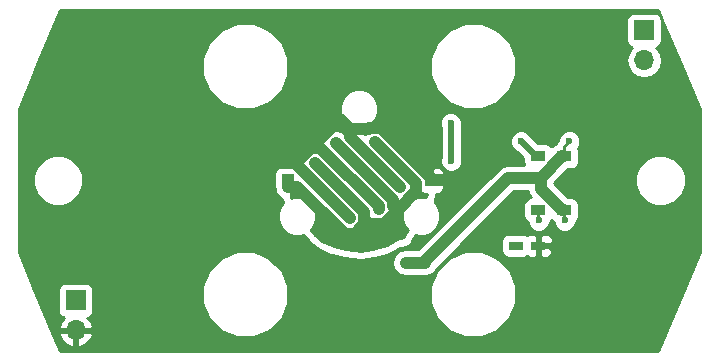
<source format=gtl>
G04 #@! TF.FileFunction,Copper,L1,Top,Signal*
%FSLAX46Y46*%
G04 Gerber Fmt 4.6, Leading zero omitted, Abs format (unit mm)*
G04 Created by KiCad (PCBNEW 4.0.6) date 08/03/17 08:27:10*
%MOMM*%
%LPD*%
G01*
G04 APERTURE LIST*
%ADD10C,0.100000*%
%ADD11R,1.000000X1.000000*%
%ADD12R,1.200000X0.750000*%
%ADD13R,1.200000X0.900000*%
%ADD14R,1.700000X1.700000*%
%ADD15O,1.700000X1.700000*%
%ADD16C,0.600000*%
%ADD17C,0.250000*%
%ADD18C,0.500000*%
%ADD19C,1.000000*%
%ADD20C,0.254000*%
G04 APERTURE END LIST*
D10*
D11*
X55994000Y-33080000D03*
X43874000Y-33080000D03*
D12*
X63208000Y-38608000D03*
X65108000Y-38608000D03*
D13*
X65090000Y-35620000D03*
X67290000Y-35620000D03*
X65090000Y-31048000D03*
X67290000Y-31048000D03*
D14*
X25934000Y-43240000D03*
D15*
X25934000Y-45780000D03*
D14*
X74064000Y-20380000D03*
D15*
X74064000Y-22920000D03*
D16*
X63634000Y-29780000D03*
X66443988Y-39176000D03*
X57134000Y-33080000D03*
X66734000Y-41180000D03*
X70934000Y-38980000D03*
X30249000Y-20380000D03*
X66434000Y-26680000D03*
X71234000Y-27380000D03*
X65134000Y-36480000D03*
X53489994Y-37652000D03*
X53871000Y-40065004D03*
X54887000Y-40065000D03*
X67734000Y-29780000D03*
X67334000Y-36480000D03*
X57681000Y-28254022D03*
X57734000Y-31420833D03*
D17*
X65090000Y-31048000D02*
X64940000Y-31048000D01*
D18*
X64940000Y-31048000D02*
X63672000Y-29780000D01*
D17*
X63672000Y-29780000D02*
X63634000Y-29780000D01*
X66443988Y-39176000D02*
X65808988Y-38541000D01*
X65808988Y-38541000D02*
X65174000Y-38541000D01*
X65174000Y-38541000D02*
X65174000Y-38542000D01*
X65174000Y-38542000D02*
X65108000Y-38608000D01*
D19*
X55994000Y-33080000D02*
X55994000Y-32867435D01*
X55994000Y-32867435D02*
X51799038Y-28672474D01*
X51799038Y-28672474D02*
X50802264Y-28672474D01*
X50751537Y-28723201D02*
X49133201Y-28723201D01*
X50802264Y-28672474D02*
X50751537Y-28723201D01*
X49133201Y-29409825D02*
X53400688Y-33677312D01*
X49133201Y-28723201D02*
X49133201Y-29409825D01*
X51578416Y-35503252D02*
X51578416Y-35258228D01*
X45847000Y-30309000D02*
X44473000Y-31683000D01*
X48283000Y-27873000D02*
X45847000Y-30309000D01*
X45847000Y-30309000D02*
X46629188Y-30309000D01*
X46629188Y-30309000D02*
X51578416Y-35258228D01*
X44600000Y-31683000D02*
X49172000Y-36255000D01*
X44473000Y-31683000D02*
X44600000Y-31683000D01*
X49133201Y-28723201D02*
X48283000Y-27873000D01*
X55994000Y-33080000D02*
X57134000Y-33080000D01*
D17*
X65090000Y-35620000D02*
X65090000Y-36436000D01*
X65090000Y-36436000D02*
X65134000Y-36480000D01*
D19*
X49911000Y-37652000D02*
X53490000Y-37652000D01*
X51458000Y-30033030D02*
X51300652Y-29875682D01*
X54760000Y-34023262D02*
X54760000Y-33335030D01*
X54760000Y-33335030D02*
X51458000Y-30033030D01*
X52781624Y-34759842D02*
X47939688Y-29917906D01*
X52781626Y-34759844D02*
X52781624Y-34759842D01*
X53213000Y-35570262D02*
X54760000Y-34023262D01*
X52029876Y-36753386D02*
X53213000Y-35570262D01*
X52781626Y-35292626D02*
X52781626Y-34759844D01*
X53213000Y-35570262D02*
X53059262Y-35570262D01*
X53059262Y-35570262D02*
X52781626Y-35292626D01*
X50375208Y-36753386D02*
X52029876Y-36753386D01*
X50375208Y-35756614D02*
X46238094Y-31619500D01*
X50375208Y-36753386D02*
X50375208Y-35756614D01*
X48736738Y-37652000D02*
X49911000Y-37652000D01*
X49911000Y-37652000D02*
X49911000Y-37217594D01*
X49911000Y-37217594D02*
X50375208Y-36753386D01*
X43874000Y-33624000D02*
X44708738Y-33624000D01*
X44708738Y-33624000D02*
X48736738Y-37652000D01*
X43874000Y-33080000D02*
X43874000Y-33624000D01*
X54887000Y-40065000D02*
X55522000Y-40065000D01*
X55522000Y-40065000D02*
X55522000Y-39938000D01*
X55522000Y-39938000D02*
X62572000Y-32888000D01*
X62572000Y-32888000D02*
X65300000Y-32888000D01*
X53871004Y-40065000D02*
X53871000Y-40065004D01*
X54887000Y-40065000D02*
X53871004Y-40065000D01*
X65300000Y-32888000D02*
X67140000Y-31048000D01*
X65300000Y-32888000D02*
X65300000Y-33780000D01*
X65300000Y-33780000D02*
X67140000Y-35620000D01*
X67140000Y-35620000D02*
X67290000Y-35620000D01*
X67140000Y-31048000D02*
X67290000Y-31048000D01*
D17*
X67290000Y-31048000D02*
X67290000Y-30224000D01*
X67290000Y-30224000D02*
X67734000Y-29780000D01*
X67290000Y-35620000D02*
X67290000Y-36436000D01*
X67290000Y-36436000D02*
X67334000Y-36480000D01*
D18*
X57734000Y-28307022D02*
X57681000Y-28254022D01*
X57734000Y-31420833D02*
X57734000Y-28307022D01*
D20*
G36*
X75469413Y-19220479D02*
X75378090Y-19078559D01*
X75165890Y-18933569D01*
X74914000Y-18882560D01*
X73214000Y-18882560D01*
X72978683Y-18926838D01*
X72762559Y-19065910D01*
X72617569Y-19278110D01*
X72566560Y-19530000D01*
X72566560Y-21230000D01*
X72610838Y-21465317D01*
X72749910Y-21681441D01*
X72962110Y-21826431D01*
X73029541Y-21840086D01*
X72984853Y-21869946D01*
X72662946Y-22351715D01*
X72549907Y-22920000D01*
X72662946Y-23488285D01*
X72984853Y-23970054D01*
X73466622Y-24291961D01*
X74034907Y-24405000D01*
X74093093Y-24405000D01*
X74661378Y-24291961D01*
X75143147Y-23970054D01*
X75465054Y-23488285D01*
X75578093Y-22920000D01*
X75465054Y-22351715D01*
X75143147Y-21869946D01*
X75101548Y-21842150D01*
X75149317Y-21833162D01*
X75365441Y-21694090D01*
X75510431Y-21481890D01*
X75561440Y-21230000D01*
X75561440Y-19530000D01*
X75529130Y-19358287D01*
X77207241Y-23230850D01*
X78763000Y-27009123D01*
X78763000Y-39150877D01*
X77207244Y-42929142D01*
X75217872Y-47520000D01*
X24650129Y-47520000D01*
X24050782Y-46136890D01*
X24492524Y-46136890D01*
X24662355Y-46546924D01*
X25052642Y-46975183D01*
X25577108Y-47221486D01*
X25807000Y-47100819D01*
X25807000Y-45907000D01*
X26061000Y-45907000D01*
X26061000Y-47100819D01*
X26290892Y-47221486D01*
X26815358Y-46975183D01*
X27205645Y-46546924D01*
X27375476Y-46136890D01*
X27254155Y-45907000D01*
X26061000Y-45907000D01*
X25807000Y-45907000D01*
X24613845Y-45907000D01*
X24492524Y-46136890D01*
X24050782Y-46136890D01*
X22660752Y-42929132D01*
X22438757Y-42390000D01*
X24436560Y-42390000D01*
X24436560Y-44090000D01*
X24480838Y-44325317D01*
X24619910Y-44541441D01*
X24832110Y-44686431D01*
X24940107Y-44708301D01*
X24662355Y-45013076D01*
X24492524Y-45423110D01*
X24613845Y-45653000D01*
X25807000Y-45653000D01*
X25807000Y-45633000D01*
X26061000Y-45633000D01*
X26061000Y-45653000D01*
X27254155Y-45653000D01*
X27375476Y-45423110D01*
X27205645Y-45013076D01*
X26929499Y-44710063D01*
X27019317Y-44693162D01*
X27235441Y-44554090D01*
X27380431Y-44341890D01*
X27431440Y-44090000D01*
X27431440Y-43449874D01*
X36648370Y-43449874D01*
X37200600Y-44786372D01*
X38222249Y-45809806D01*
X39557782Y-46364368D01*
X41003874Y-46365630D01*
X42340372Y-45813400D01*
X43363806Y-44791751D01*
X43918368Y-43456218D01*
X43918373Y-43449874D01*
X55948370Y-43449874D01*
X56500600Y-44786372D01*
X57522249Y-45809806D01*
X58857782Y-46364368D01*
X60303874Y-46365630D01*
X61640372Y-45813400D01*
X62663806Y-44791751D01*
X63218368Y-43456218D01*
X63219630Y-42010126D01*
X62667400Y-40673628D01*
X61645751Y-39650194D01*
X60310218Y-39095632D01*
X58864126Y-39094370D01*
X57527628Y-39646600D01*
X56504194Y-40668249D01*
X55949632Y-42003782D01*
X55948370Y-43449874D01*
X43918373Y-43449874D01*
X43919630Y-42010126D01*
X43367400Y-40673628D01*
X42759838Y-40065004D01*
X52736000Y-40065004D01*
X52822397Y-40499349D01*
X53068434Y-40867570D01*
X53436655Y-41113607D01*
X53871000Y-41200004D01*
X53871020Y-41200000D01*
X55522000Y-41200000D01*
X55956346Y-41113603D01*
X56324566Y-40867566D01*
X56570603Y-40499346D01*
X56571799Y-40493333D01*
X58832132Y-38233000D01*
X61960560Y-38233000D01*
X61960560Y-38983000D01*
X62004838Y-39218317D01*
X62143910Y-39434441D01*
X62356110Y-39579431D01*
X62608000Y-39630440D01*
X63808000Y-39630440D01*
X64043317Y-39586162D01*
X64146646Y-39519671D01*
X64148302Y-39521327D01*
X64381691Y-39618000D01*
X64822250Y-39618000D01*
X64981000Y-39459250D01*
X64981000Y-38735000D01*
X65235000Y-38735000D01*
X65235000Y-39459250D01*
X65393750Y-39618000D01*
X65834309Y-39618000D01*
X66067698Y-39521327D01*
X66246327Y-39342699D01*
X66343000Y-39109310D01*
X66343000Y-38893750D01*
X66184250Y-38735000D01*
X65235000Y-38735000D01*
X64981000Y-38735000D01*
X64961000Y-38735000D01*
X64961000Y-38481000D01*
X64981000Y-38481000D01*
X64981000Y-37756750D01*
X65235000Y-37756750D01*
X65235000Y-38481000D01*
X66184250Y-38481000D01*
X66343000Y-38322250D01*
X66343000Y-38106690D01*
X66246327Y-37873301D01*
X66067698Y-37694673D01*
X65834309Y-37598000D01*
X65393750Y-37598000D01*
X65235000Y-37756750D01*
X64981000Y-37756750D01*
X64822250Y-37598000D01*
X64381691Y-37598000D01*
X64148302Y-37694673D01*
X64146932Y-37696043D01*
X64059890Y-37636569D01*
X63808000Y-37585560D01*
X62608000Y-37585560D01*
X62372683Y-37629838D01*
X62156559Y-37768910D01*
X62011569Y-37981110D01*
X61960560Y-38233000D01*
X58832132Y-38233000D01*
X63042132Y-34023000D01*
X64213336Y-34023000D01*
X64251397Y-34214346D01*
X64456737Y-34521659D01*
X64460987Y-34528019D01*
X64254683Y-34566838D01*
X64038559Y-34705910D01*
X63893569Y-34918110D01*
X63842560Y-35170000D01*
X63842560Y-36070000D01*
X63886838Y-36305317D01*
X64025910Y-36521441D01*
X64198860Y-36639613D01*
X64198838Y-36665167D01*
X64340883Y-37008943D01*
X64603673Y-37272192D01*
X64947201Y-37414838D01*
X65319167Y-37415162D01*
X65662943Y-37273117D01*
X65926192Y-37010327D01*
X66068838Y-36666799D01*
X66068913Y-36580761D01*
X66141441Y-36534090D01*
X66189134Y-36464289D01*
X66225910Y-36521441D01*
X66398860Y-36639613D01*
X66398838Y-36665167D01*
X66540883Y-37008943D01*
X66803673Y-37272192D01*
X67147201Y-37414838D01*
X67519167Y-37415162D01*
X67862943Y-37273117D01*
X68126192Y-37010327D01*
X68268838Y-36666799D01*
X68268913Y-36580761D01*
X68341441Y-36534090D01*
X68486431Y-36321890D01*
X68537440Y-36070000D01*
X68537440Y-35170000D01*
X68493162Y-34934683D01*
X68354090Y-34718559D01*
X68141890Y-34573569D01*
X67890000Y-34522560D01*
X67647692Y-34522560D01*
X66627947Y-33502815D01*
X73298630Y-33502815D01*
X73622980Y-34287800D01*
X74223041Y-34888909D01*
X75007459Y-35214628D01*
X75856815Y-35215370D01*
X76641800Y-34891020D01*
X77242909Y-34290959D01*
X77568628Y-33506541D01*
X77569370Y-32657185D01*
X77245020Y-31872200D01*
X76644959Y-31271091D01*
X75860541Y-30945372D01*
X75011185Y-30944630D01*
X74226200Y-31268980D01*
X73625091Y-31869041D01*
X73299372Y-32653459D01*
X73298630Y-33502815D01*
X66627947Y-33502815D01*
X66459132Y-33334000D01*
X67647692Y-32145440D01*
X67890000Y-32145440D01*
X68125317Y-32101162D01*
X68341441Y-31962090D01*
X68486431Y-31749890D01*
X68537440Y-31498000D01*
X68537440Y-30598000D01*
X68493162Y-30362683D01*
X68485567Y-30350881D01*
X68526192Y-30310327D01*
X68668838Y-29966799D01*
X68669162Y-29594833D01*
X68527117Y-29251057D01*
X68264327Y-28987808D01*
X67920799Y-28845162D01*
X67548833Y-28844838D01*
X67205057Y-28986883D01*
X66941808Y-29249673D01*
X66799162Y-29593201D01*
X66799121Y-29640077D01*
X66752599Y-29686599D01*
X66587852Y-29933161D01*
X66580285Y-29971204D01*
X66454683Y-29994838D01*
X66238559Y-30133910D01*
X66190866Y-30203711D01*
X66154090Y-30146559D01*
X65941890Y-30001569D01*
X65690000Y-29950560D01*
X65094139Y-29950560D01*
X64449987Y-29306407D01*
X64427117Y-29251057D01*
X64164327Y-28987808D01*
X63820799Y-28845162D01*
X63448833Y-28844838D01*
X63105057Y-28986883D01*
X62841808Y-29249673D01*
X62699162Y-29593201D01*
X62698838Y-29965167D01*
X62840883Y-30308943D01*
X63103673Y-30572192D01*
X63289970Y-30649550D01*
X63842560Y-31202139D01*
X63842560Y-31498000D01*
X63886838Y-31733317D01*
X63899504Y-31753000D01*
X62572000Y-31753000D01*
X62137655Y-31839396D01*
X61769434Y-32085434D01*
X54924868Y-38930000D01*
X53871004Y-38930000D01*
X53436659Y-39016396D01*
X53068438Y-39262434D01*
X53068434Y-39262438D01*
X52822397Y-39630659D01*
X52736000Y-40065004D01*
X42759838Y-40065004D01*
X42345751Y-39650194D01*
X41010218Y-39095632D01*
X39564126Y-39094370D01*
X38227628Y-39646600D01*
X37204194Y-40668249D01*
X36649632Y-42003782D01*
X36648370Y-43449874D01*
X27431440Y-43449874D01*
X27431440Y-42390000D01*
X27387162Y-42154683D01*
X27248090Y-41938559D01*
X27035890Y-41793569D01*
X26784000Y-41742560D01*
X25084000Y-41742560D01*
X24848683Y-41786838D01*
X24632559Y-41925910D01*
X24487569Y-42138110D01*
X24436560Y-42390000D01*
X22438757Y-42390000D01*
X21105000Y-39150877D01*
X21105000Y-33502815D01*
X22298630Y-33502815D01*
X22622980Y-34287800D01*
X23223041Y-34888909D01*
X24007459Y-35214628D01*
X24856815Y-35215370D01*
X25641800Y-34891020D01*
X26242909Y-34290959D01*
X26568628Y-33506541D01*
X26569370Y-32657185D01*
X26537478Y-32580000D01*
X42726560Y-32580000D01*
X42726560Y-33580000D01*
X42770838Y-33815317D01*
X42779837Y-33829302D01*
X42825397Y-34058346D01*
X43071434Y-34426566D01*
X43425390Y-34663072D01*
X43462570Y-34941924D01*
X43481778Y-35009901D01*
X43298722Y-35192637D01*
X43049284Y-35793352D01*
X43048716Y-36443795D01*
X43297106Y-37044943D01*
X43756637Y-37505278D01*
X44357352Y-37754716D01*
X45007795Y-37755284D01*
X45145400Y-37698426D01*
X45674987Y-38228013D01*
X45727319Y-38274852D01*
X46362319Y-38782852D01*
X46475019Y-38854961D01*
X47491019Y-39362961D01*
X47620990Y-39411040D01*
X48636990Y-39665040D01*
X48727815Y-39680849D01*
X49997815Y-39807849D01*
X50139762Y-39806096D01*
X51155762Y-39679096D01*
X51259466Y-39657220D01*
X52529466Y-39276220D01*
X52662048Y-39219334D01*
X53418633Y-38787000D01*
X53490000Y-38787000D01*
X53924346Y-38700603D01*
X54292566Y-38454566D01*
X54538603Y-38086346D01*
X54586157Y-37847277D01*
X54740200Y-37706071D01*
X54857352Y-37754716D01*
X55507795Y-37755284D01*
X56108943Y-37506894D01*
X56569278Y-37047363D01*
X56818716Y-36446648D01*
X56819284Y-35796205D01*
X56570894Y-35195057D01*
X56324235Y-34947966D01*
X56457501Y-34215000D01*
X56620309Y-34215000D01*
X56853698Y-34118327D01*
X57032327Y-33939699D01*
X57129000Y-33706310D01*
X57129000Y-33365750D01*
X56970250Y-33207000D01*
X56277390Y-33207000D01*
X56262310Y-33191434D01*
X55867000Y-32920143D01*
X55867000Y-32103750D01*
X56121000Y-32103750D01*
X56121000Y-32953000D01*
X56970250Y-32953000D01*
X57129000Y-32794250D01*
X57129000Y-32453690D01*
X57032327Y-32220301D01*
X56853698Y-32041673D01*
X56620309Y-31945000D01*
X56279750Y-31945000D01*
X56121000Y-32103750D01*
X55867000Y-32103750D01*
X55708250Y-31945000D01*
X55367691Y-31945000D01*
X55134302Y-32041673D01*
X55103038Y-32072936D01*
X52103218Y-29073116D01*
X51734997Y-28827079D01*
X51300652Y-28740682D01*
X50866307Y-28827079D01*
X50498086Y-29073116D01*
X50423653Y-29184513D01*
X49785310Y-28746434D01*
X49562390Y-28649820D01*
X49310360Y-28645618D01*
X49076551Y-28739802D01*
X48625318Y-29037206D01*
X48374033Y-28869303D01*
X47939688Y-28782906D01*
X47505343Y-28869303D01*
X47137122Y-29115340D01*
X46891085Y-29483561D01*
X46804688Y-29917906D01*
X46860832Y-30200162D01*
X46385067Y-30513735D01*
X46238094Y-30484500D01*
X45803749Y-30570897D01*
X45435528Y-30816934D01*
X45189491Y-31185155D01*
X45162804Y-31319317D01*
X44232366Y-31932560D01*
X43374000Y-31932560D01*
X43138683Y-31976838D01*
X42922559Y-32115910D01*
X42777569Y-32328110D01*
X42726560Y-32580000D01*
X26537478Y-32580000D01*
X26245020Y-31872200D01*
X25644959Y-31271091D01*
X24860541Y-30945372D01*
X24011185Y-30944630D01*
X23226200Y-31268980D01*
X22625091Y-31869041D01*
X22299372Y-32653459D01*
X22298630Y-33502815D01*
X21105000Y-33502815D01*
X21105000Y-27343795D01*
X48298716Y-27343795D01*
X48547106Y-27944943D01*
X49006637Y-28405278D01*
X49607352Y-28654716D01*
X50257795Y-28655284D01*
X50780783Y-28439189D01*
X56745838Y-28439189D01*
X56849000Y-28688861D01*
X56849000Y-31114011D01*
X56799162Y-31234034D01*
X56798838Y-31606000D01*
X56940883Y-31949776D01*
X57203673Y-32213025D01*
X57547201Y-32355671D01*
X57919167Y-32355995D01*
X58262943Y-32213950D01*
X58526192Y-31951160D01*
X58668838Y-31607632D01*
X58669162Y-31235666D01*
X58619000Y-31114264D01*
X58619000Y-28307022D01*
X58615968Y-28291778D01*
X58616162Y-28068855D01*
X58474117Y-27725079D01*
X58211327Y-27461830D01*
X57867799Y-27319184D01*
X57495833Y-27318860D01*
X57152057Y-27460905D01*
X56888808Y-27723695D01*
X56746162Y-28067223D01*
X56745838Y-28439189D01*
X50780783Y-28439189D01*
X50858943Y-28406894D01*
X51319278Y-27947363D01*
X51568716Y-27346648D01*
X51569284Y-26696205D01*
X51320894Y-26095057D01*
X50861363Y-25634722D01*
X50260648Y-25385284D01*
X49610205Y-25384716D01*
X49009057Y-25633106D01*
X48548722Y-26092637D01*
X48299284Y-26693352D01*
X48298716Y-27343795D01*
X21105000Y-27343795D01*
X21105000Y-27009123D01*
X22282337Y-24149874D01*
X36648370Y-24149874D01*
X37200600Y-25486372D01*
X38222249Y-26509806D01*
X39557782Y-27064368D01*
X41003874Y-27065630D01*
X42340372Y-26513400D01*
X43363806Y-25491751D01*
X43918368Y-24156218D01*
X43918373Y-24149874D01*
X55948370Y-24149874D01*
X56500600Y-25486372D01*
X57522249Y-26509806D01*
X58857782Y-27064368D01*
X60303874Y-27065630D01*
X61640372Y-26513400D01*
X62663806Y-25491751D01*
X63218368Y-24156218D01*
X63219630Y-22710126D01*
X62667400Y-21373628D01*
X61645751Y-20350194D01*
X60310218Y-19795632D01*
X58864126Y-19794370D01*
X57527628Y-20346600D01*
X56504194Y-21368249D01*
X55949632Y-22703782D01*
X55948370Y-24149874D01*
X43918373Y-24149874D01*
X43919630Y-22710126D01*
X43367400Y-21373628D01*
X42345751Y-20350194D01*
X41010218Y-19795632D01*
X39564126Y-19794370D01*
X38227628Y-20346600D01*
X37204194Y-21368249D01*
X36649632Y-22703782D01*
X36648370Y-24149874D01*
X22282337Y-24149874D01*
X22660752Y-23230868D01*
X24650129Y-18640000D01*
X75217872Y-18640000D01*
X75469413Y-19220479D01*
X75469413Y-19220479D01*
G37*
X75469413Y-19220479D02*
X75378090Y-19078559D01*
X75165890Y-18933569D01*
X74914000Y-18882560D01*
X73214000Y-18882560D01*
X72978683Y-18926838D01*
X72762559Y-19065910D01*
X72617569Y-19278110D01*
X72566560Y-19530000D01*
X72566560Y-21230000D01*
X72610838Y-21465317D01*
X72749910Y-21681441D01*
X72962110Y-21826431D01*
X73029541Y-21840086D01*
X72984853Y-21869946D01*
X72662946Y-22351715D01*
X72549907Y-22920000D01*
X72662946Y-23488285D01*
X72984853Y-23970054D01*
X73466622Y-24291961D01*
X74034907Y-24405000D01*
X74093093Y-24405000D01*
X74661378Y-24291961D01*
X75143147Y-23970054D01*
X75465054Y-23488285D01*
X75578093Y-22920000D01*
X75465054Y-22351715D01*
X75143147Y-21869946D01*
X75101548Y-21842150D01*
X75149317Y-21833162D01*
X75365441Y-21694090D01*
X75510431Y-21481890D01*
X75561440Y-21230000D01*
X75561440Y-19530000D01*
X75529130Y-19358287D01*
X77207241Y-23230850D01*
X78763000Y-27009123D01*
X78763000Y-39150877D01*
X77207244Y-42929142D01*
X75217872Y-47520000D01*
X24650129Y-47520000D01*
X24050782Y-46136890D01*
X24492524Y-46136890D01*
X24662355Y-46546924D01*
X25052642Y-46975183D01*
X25577108Y-47221486D01*
X25807000Y-47100819D01*
X25807000Y-45907000D01*
X26061000Y-45907000D01*
X26061000Y-47100819D01*
X26290892Y-47221486D01*
X26815358Y-46975183D01*
X27205645Y-46546924D01*
X27375476Y-46136890D01*
X27254155Y-45907000D01*
X26061000Y-45907000D01*
X25807000Y-45907000D01*
X24613845Y-45907000D01*
X24492524Y-46136890D01*
X24050782Y-46136890D01*
X22660752Y-42929132D01*
X22438757Y-42390000D01*
X24436560Y-42390000D01*
X24436560Y-44090000D01*
X24480838Y-44325317D01*
X24619910Y-44541441D01*
X24832110Y-44686431D01*
X24940107Y-44708301D01*
X24662355Y-45013076D01*
X24492524Y-45423110D01*
X24613845Y-45653000D01*
X25807000Y-45653000D01*
X25807000Y-45633000D01*
X26061000Y-45633000D01*
X26061000Y-45653000D01*
X27254155Y-45653000D01*
X27375476Y-45423110D01*
X27205645Y-45013076D01*
X26929499Y-44710063D01*
X27019317Y-44693162D01*
X27235441Y-44554090D01*
X27380431Y-44341890D01*
X27431440Y-44090000D01*
X27431440Y-43449874D01*
X36648370Y-43449874D01*
X37200600Y-44786372D01*
X38222249Y-45809806D01*
X39557782Y-46364368D01*
X41003874Y-46365630D01*
X42340372Y-45813400D01*
X43363806Y-44791751D01*
X43918368Y-43456218D01*
X43918373Y-43449874D01*
X55948370Y-43449874D01*
X56500600Y-44786372D01*
X57522249Y-45809806D01*
X58857782Y-46364368D01*
X60303874Y-46365630D01*
X61640372Y-45813400D01*
X62663806Y-44791751D01*
X63218368Y-43456218D01*
X63219630Y-42010126D01*
X62667400Y-40673628D01*
X61645751Y-39650194D01*
X60310218Y-39095632D01*
X58864126Y-39094370D01*
X57527628Y-39646600D01*
X56504194Y-40668249D01*
X55949632Y-42003782D01*
X55948370Y-43449874D01*
X43918373Y-43449874D01*
X43919630Y-42010126D01*
X43367400Y-40673628D01*
X42759838Y-40065004D01*
X52736000Y-40065004D01*
X52822397Y-40499349D01*
X53068434Y-40867570D01*
X53436655Y-41113607D01*
X53871000Y-41200004D01*
X53871020Y-41200000D01*
X55522000Y-41200000D01*
X55956346Y-41113603D01*
X56324566Y-40867566D01*
X56570603Y-40499346D01*
X56571799Y-40493333D01*
X58832132Y-38233000D01*
X61960560Y-38233000D01*
X61960560Y-38983000D01*
X62004838Y-39218317D01*
X62143910Y-39434441D01*
X62356110Y-39579431D01*
X62608000Y-39630440D01*
X63808000Y-39630440D01*
X64043317Y-39586162D01*
X64146646Y-39519671D01*
X64148302Y-39521327D01*
X64381691Y-39618000D01*
X64822250Y-39618000D01*
X64981000Y-39459250D01*
X64981000Y-38735000D01*
X65235000Y-38735000D01*
X65235000Y-39459250D01*
X65393750Y-39618000D01*
X65834309Y-39618000D01*
X66067698Y-39521327D01*
X66246327Y-39342699D01*
X66343000Y-39109310D01*
X66343000Y-38893750D01*
X66184250Y-38735000D01*
X65235000Y-38735000D01*
X64981000Y-38735000D01*
X64961000Y-38735000D01*
X64961000Y-38481000D01*
X64981000Y-38481000D01*
X64981000Y-37756750D01*
X65235000Y-37756750D01*
X65235000Y-38481000D01*
X66184250Y-38481000D01*
X66343000Y-38322250D01*
X66343000Y-38106690D01*
X66246327Y-37873301D01*
X66067698Y-37694673D01*
X65834309Y-37598000D01*
X65393750Y-37598000D01*
X65235000Y-37756750D01*
X64981000Y-37756750D01*
X64822250Y-37598000D01*
X64381691Y-37598000D01*
X64148302Y-37694673D01*
X64146932Y-37696043D01*
X64059890Y-37636569D01*
X63808000Y-37585560D01*
X62608000Y-37585560D01*
X62372683Y-37629838D01*
X62156559Y-37768910D01*
X62011569Y-37981110D01*
X61960560Y-38233000D01*
X58832132Y-38233000D01*
X63042132Y-34023000D01*
X64213336Y-34023000D01*
X64251397Y-34214346D01*
X64456737Y-34521659D01*
X64460987Y-34528019D01*
X64254683Y-34566838D01*
X64038559Y-34705910D01*
X63893569Y-34918110D01*
X63842560Y-35170000D01*
X63842560Y-36070000D01*
X63886838Y-36305317D01*
X64025910Y-36521441D01*
X64198860Y-36639613D01*
X64198838Y-36665167D01*
X64340883Y-37008943D01*
X64603673Y-37272192D01*
X64947201Y-37414838D01*
X65319167Y-37415162D01*
X65662943Y-37273117D01*
X65926192Y-37010327D01*
X66068838Y-36666799D01*
X66068913Y-36580761D01*
X66141441Y-36534090D01*
X66189134Y-36464289D01*
X66225910Y-36521441D01*
X66398860Y-36639613D01*
X66398838Y-36665167D01*
X66540883Y-37008943D01*
X66803673Y-37272192D01*
X67147201Y-37414838D01*
X67519167Y-37415162D01*
X67862943Y-37273117D01*
X68126192Y-37010327D01*
X68268838Y-36666799D01*
X68268913Y-36580761D01*
X68341441Y-36534090D01*
X68486431Y-36321890D01*
X68537440Y-36070000D01*
X68537440Y-35170000D01*
X68493162Y-34934683D01*
X68354090Y-34718559D01*
X68141890Y-34573569D01*
X67890000Y-34522560D01*
X67647692Y-34522560D01*
X66627947Y-33502815D01*
X73298630Y-33502815D01*
X73622980Y-34287800D01*
X74223041Y-34888909D01*
X75007459Y-35214628D01*
X75856815Y-35215370D01*
X76641800Y-34891020D01*
X77242909Y-34290959D01*
X77568628Y-33506541D01*
X77569370Y-32657185D01*
X77245020Y-31872200D01*
X76644959Y-31271091D01*
X75860541Y-30945372D01*
X75011185Y-30944630D01*
X74226200Y-31268980D01*
X73625091Y-31869041D01*
X73299372Y-32653459D01*
X73298630Y-33502815D01*
X66627947Y-33502815D01*
X66459132Y-33334000D01*
X67647692Y-32145440D01*
X67890000Y-32145440D01*
X68125317Y-32101162D01*
X68341441Y-31962090D01*
X68486431Y-31749890D01*
X68537440Y-31498000D01*
X68537440Y-30598000D01*
X68493162Y-30362683D01*
X68485567Y-30350881D01*
X68526192Y-30310327D01*
X68668838Y-29966799D01*
X68669162Y-29594833D01*
X68527117Y-29251057D01*
X68264327Y-28987808D01*
X67920799Y-28845162D01*
X67548833Y-28844838D01*
X67205057Y-28986883D01*
X66941808Y-29249673D01*
X66799162Y-29593201D01*
X66799121Y-29640077D01*
X66752599Y-29686599D01*
X66587852Y-29933161D01*
X66580285Y-29971204D01*
X66454683Y-29994838D01*
X66238559Y-30133910D01*
X66190866Y-30203711D01*
X66154090Y-30146559D01*
X65941890Y-30001569D01*
X65690000Y-29950560D01*
X65094139Y-29950560D01*
X64449987Y-29306407D01*
X64427117Y-29251057D01*
X64164327Y-28987808D01*
X63820799Y-28845162D01*
X63448833Y-28844838D01*
X63105057Y-28986883D01*
X62841808Y-29249673D01*
X62699162Y-29593201D01*
X62698838Y-29965167D01*
X62840883Y-30308943D01*
X63103673Y-30572192D01*
X63289970Y-30649550D01*
X63842560Y-31202139D01*
X63842560Y-31498000D01*
X63886838Y-31733317D01*
X63899504Y-31753000D01*
X62572000Y-31753000D01*
X62137655Y-31839396D01*
X61769434Y-32085434D01*
X54924868Y-38930000D01*
X53871004Y-38930000D01*
X53436659Y-39016396D01*
X53068438Y-39262434D01*
X53068434Y-39262438D01*
X52822397Y-39630659D01*
X52736000Y-40065004D01*
X42759838Y-40065004D01*
X42345751Y-39650194D01*
X41010218Y-39095632D01*
X39564126Y-39094370D01*
X38227628Y-39646600D01*
X37204194Y-40668249D01*
X36649632Y-42003782D01*
X36648370Y-43449874D01*
X27431440Y-43449874D01*
X27431440Y-42390000D01*
X27387162Y-42154683D01*
X27248090Y-41938559D01*
X27035890Y-41793569D01*
X26784000Y-41742560D01*
X25084000Y-41742560D01*
X24848683Y-41786838D01*
X24632559Y-41925910D01*
X24487569Y-42138110D01*
X24436560Y-42390000D01*
X22438757Y-42390000D01*
X21105000Y-39150877D01*
X21105000Y-33502815D01*
X22298630Y-33502815D01*
X22622980Y-34287800D01*
X23223041Y-34888909D01*
X24007459Y-35214628D01*
X24856815Y-35215370D01*
X25641800Y-34891020D01*
X26242909Y-34290959D01*
X26568628Y-33506541D01*
X26569370Y-32657185D01*
X26537478Y-32580000D01*
X42726560Y-32580000D01*
X42726560Y-33580000D01*
X42770838Y-33815317D01*
X42779837Y-33829302D01*
X42825397Y-34058346D01*
X43071434Y-34426566D01*
X43425390Y-34663072D01*
X43462570Y-34941924D01*
X43481778Y-35009901D01*
X43298722Y-35192637D01*
X43049284Y-35793352D01*
X43048716Y-36443795D01*
X43297106Y-37044943D01*
X43756637Y-37505278D01*
X44357352Y-37754716D01*
X45007795Y-37755284D01*
X45145400Y-37698426D01*
X45674987Y-38228013D01*
X45727319Y-38274852D01*
X46362319Y-38782852D01*
X46475019Y-38854961D01*
X47491019Y-39362961D01*
X47620990Y-39411040D01*
X48636990Y-39665040D01*
X48727815Y-39680849D01*
X49997815Y-39807849D01*
X50139762Y-39806096D01*
X51155762Y-39679096D01*
X51259466Y-39657220D01*
X52529466Y-39276220D01*
X52662048Y-39219334D01*
X53418633Y-38787000D01*
X53490000Y-38787000D01*
X53924346Y-38700603D01*
X54292566Y-38454566D01*
X54538603Y-38086346D01*
X54586157Y-37847277D01*
X54740200Y-37706071D01*
X54857352Y-37754716D01*
X55507795Y-37755284D01*
X56108943Y-37506894D01*
X56569278Y-37047363D01*
X56818716Y-36446648D01*
X56819284Y-35796205D01*
X56570894Y-35195057D01*
X56324235Y-34947966D01*
X56457501Y-34215000D01*
X56620309Y-34215000D01*
X56853698Y-34118327D01*
X57032327Y-33939699D01*
X57129000Y-33706310D01*
X57129000Y-33365750D01*
X56970250Y-33207000D01*
X56277390Y-33207000D01*
X56262310Y-33191434D01*
X55867000Y-32920143D01*
X55867000Y-32103750D01*
X56121000Y-32103750D01*
X56121000Y-32953000D01*
X56970250Y-32953000D01*
X57129000Y-32794250D01*
X57129000Y-32453690D01*
X57032327Y-32220301D01*
X56853698Y-32041673D01*
X56620309Y-31945000D01*
X56279750Y-31945000D01*
X56121000Y-32103750D01*
X55867000Y-32103750D01*
X55708250Y-31945000D01*
X55367691Y-31945000D01*
X55134302Y-32041673D01*
X55103038Y-32072936D01*
X52103218Y-29073116D01*
X51734997Y-28827079D01*
X51300652Y-28740682D01*
X50866307Y-28827079D01*
X50498086Y-29073116D01*
X50423653Y-29184513D01*
X49785310Y-28746434D01*
X49562390Y-28649820D01*
X49310360Y-28645618D01*
X49076551Y-28739802D01*
X48625318Y-29037206D01*
X48374033Y-28869303D01*
X47939688Y-28782906D01*
X47505343Y-28869303D01*
X47137122Y-29115340D01*
X46891085Y-29483561D01*
X46804688Y-29917906D01*
X46860832Y-30200162D01*
X46385067Y-30513735D01*
X46238094Y-30484500D01*
X45803749Y-30570897D01*
X45435528Y-30816934D01*
X45189491Y-31185155D01*
X45162804Y-31319317D01*
X44232366Y-31932560D01*
X43374000Y-31932560D01*
X43138683Y-31976838D01*
X42922559Y-32115910D01*
X42777569Y-32328110D01*
X42726560Y-32580000D01*
X26537478Y-32580000D01*
X26245020Y-31872200D01*
X25644959Y-31271091D01*
X24860541Y-30945372D01*
X24011185Y-30944630D01*
X23226200Y-31268980D01*
X22625091Y-31869041D01*
X22299372Y-32653459D01*
X22298630Y-33502815D01*
X21105000Y-33502815D01*
X21105000Y-27343795D01*
X48298716Y-27343795D01*
X48547106Y-27944943D01*
X49006637Y-28405278D01*
X49607352Y-28654716D01*
X50257795Y-28655284D01*
X50780783Y-28439189D01*
X56745838Y-28439189D01*
X56849000Y-28688861D01*
X56849000Y-31114011D01*
X56799162Y-31234034D01*
X56798838Y-31606000D01*
X56940883Y-31949776D01*
X57203673Y-32213025D01*
X57547201Y-32355671D01*
X57919167Y-32355995D01*
X58262943Y-32213950D01*
X58526192Y-31951160D01*
X58668838Y-31607632D01*
X58669162Y-31235666D01*
X58619000Y-31114264D01*
X58619000Y-28307022D01*
X58615968Y-28291778D01*
X58616162Y-28068855D01*
X58474117Y-27725079D01*
X58211327Y-27461830D01*
X57867799Y-27319184D01*
X57495833Y-27318860D01*
X57152057Y-27460905D01*
X56888808Y-27723695D01*
X56746162Y-28067223D01*
X56745838Y-28439189D01*
X50780783Y-28439189D01*
X50858943Y-28406894D01*
X51319278Y-27947363D01*
X51568716Y-27346648D01*
X51569284Y-26696205D01*
X51320894Y-26095057D01*
X50861363Y-25634722D01*
X50260648Y-25385284D01*
X49610205Y-25384716D01*
X49009057Y-25633106D01*
X48548722Y-26092637D01*
X48299284Y-26693352D01*
X48298716Y-27343795D01*
X21105000Y-27343795D01*
X21105000Y-27009123D01*
X22282337Y-24149874D01*
X36648370Y-24149874D01*
X37200600Y-25486372D01*
X38222249Y-26509806D01*
X39557782Y-27064368D01*
X41003874Y-27065630D01*
X42340372Y-26513400D01*
X43363806Y-25491751D01*
X43918368Y-24156218D01*
X43918373Y-24149874D01*
X55948370Y-24149874D01*
X56500600Y-25486372D01*
X57522249Y-26509806D01*
X58857782Y-27064368D01*
X60303874Y-27065630D01*
X61640372Y-26513400D01*
X62663806Y-25491751D01*
X63218368Y-24156218D01*
X63219630Y-22710126D01*
X62667400Y-21373628D01*
X61645751Y-20350194D01*
X60310218Y-19795632D01*
X58864126Y-19794370D01*
X57527628Y-20346600D01*
X56504194Y-21368249D01*
X55949632Y-22703782D01*
X55948370Y-24149874D01*
X43918373Y-24149874D01*
X43919630Y-22710126D01*
X43367400Y-21373628D01*
X42345751Y-20350194D01*
X41010218Y-19795632D01*
X39564126Y-19794370D01*
X38227628Y-20346600D01*
X37204194Y-21368249D01*
X36649632Y-22703782D01*
X36648370Y-24149874D01*
X22282337Y-24149874D01*
X22660752Y-23230868D01*
X24650129Y-18640000D01*
X75217872Y-18640000D01*
X75469413Y-19220479D01*
G36*
X48330635Y-30212391D02*
X52598122Y-34479878D01*
X52966343Y-34725915D01*
X53400688Y-34812312D01*
X53835033Y-34725915D01*
X54203254Y-34479878D01*
X54449291Y-34111657D01*
X54535688Y-33677312D01*
X54449291Y-33242967D01*
X54203254Y-32874746D01*
X53654342Y-32325834D01*
X54269290Y-32747857D01*
X54846560Y-33325127D01*
X54846560Y-33580000D01*
X54890838Y-33815317D01*
X55029910Y-34031441D01*
X55242110Y-34176431D01*
X55494000Y-34227440D01*
X55680747Y-34227440D01*
X55625217Y-34532857D01*
X55510648Y-34485284D01*
X54860205Y-34484716D01*
X54259057Y-34733106D01*
X53798722Y-35192637D01*
X53549284Y-35793352D01*
X53548716Y-36443795D01*
X53797106Y-37044943D01*
X54053528Y-37301814D01*
X53914383Y-37429364D01*
X53163287Y-38055277D01*
X52296597Y-38550529D01*
X51050692Y-38924301D01*
X50059425Y-39048209D01*
X48812832Y-38923550D01*
X47819326Y-38675173D01*
X46827829Y-38179425D01*
X46208836Y-37684230D01*
X45820406Y-37295800D01*
X46069278Y-37047363D01*
X46318716Y-36446648D01*
X46319284Y-35796205D01*
X46070894Y-35195057D01*
X45611363Y-34734722D01*
X45010648Y-34485284D01*
X44360205Y-34484716D01*
X44180266Y-34559066D01*
X44130489Y-34185739D01*
X44159750Y-34215000D01*
X44500309Y-34215000D01*
X44733698Y-34118327D01*
X44912327Y-33939699D01*
X45009000Y-33706310D01*
X45009000Y-33697132D01*
X48369434Y-37057566D01*
X48737654Y-37303603D01*
X49172000Y-37389999D01*
X49606345Y-37303603D01*
X49974566Y-37057566D01*
X50220603Y-36689345D01*
X50306999Y-36255000D01*
X50220603Y-35820654D01*
X49974566Y-35452434D01*
X46141632Y-31619500D01*
X46237549Y-31523583D01*
X46238206Y-31523150D01*
X50499311Y-35784255D01*
X50529813Y-35937598D01*
X50775850Y-36305818D01*
X51144070Y-36551855D01*
X51578416Y-36638252D01*
X52012762Y-36551855D01*
X52380982Y-36305818D01*
X52627019Y-35937598D01*
X52713416Y-35503252D01*
X52713416Y-35258228D01*
X52627019Y-34823882D01*
X52380982Y-34455662D01*
X48173160Y-30247840D01*
X48298932Y-30164944D01*
X48330635Y-30212391D01*
X48330635Y-30212391D01*
G37*
X48330635Y-30212391D02*
X52598122Y-34479878D01*
X52966343Y-34725915D01*
X53400688Y-34812312D01*
X53835033Y-34725915D01*
X54203254Y-34479878D01*
X54449291Y-34111657D01*
X54535688Y-33677312D01*
X54449291Y-33242967D01*
X54203254Y-32874746D01*
X53654342Y-32325834D01*
X54269290Y-32747857D01*
X54846560Y-33325127D01*
X54846560Y-33580000D01*
X54890838Y-33815317D01*
X55029910Y-34031441D01*
X55242110Y-34176431D01*
X55494000Y-34227440D01*
X55680747Y-34227440D01*
X55625217Y-34532857D01*
X55510648Y-34485284D01*
X54860205Y-34484716D01*
X54259057Y-34733106D01*
X53798722Y-35192637D01*
X53549284Y-35793352D01*
X53548716Y-36443795D01*
X53797106Y-37044943D01*
X54053528Y-37301814D01*
X53914383Y-37429364D01*
X53163287Y-38055277D01*
X52296597Y-38550529D01*
X51050692Y-38924301D01*
X50059425Y-39048209D01*
X48812832Y-38923550D01*
X47819326Y-38675173D01*
X46827829Y-38179425D01*
X46208836Y-37684230D01*
X45820406Y-37295800D01*
X46069278Y-37047363D01*
X46318716Y-36446648D01*
X46319284Y-35796205D01*
X46070894Y-35195057D01*
X45611363Y-34734722D01*
X45010648Y-34485284D01*
X44360205Y-34484716D01*
X44180266Y-34559066D01*
X44130489Y-34185739D01*
X44159750Y-34215000D01*
X44500309Y-34215000D01*
X44733698Y-34118327D01*
X44912327Y-33939699D01*
X45009000Y-33706310D01*
X45009000Y-33697132D01*
X48369434Y-37057566D01*
X48737654Y-37303603D01*
X49172000Y-37389999D01*
X49606345Y-37303603D01*
X49974566Y-37057566D01*
X50220603Y-36689345D01*
X50306999Y-36255000D01*
X50220603Y-35820654D01*
X49974566Y-35452434D01*
X46141632Y-31619500D01*
X46237549Y-31523583D01*
X46238206Y-31523150D01*
X50499311Y-35784255D01*
X50529813Y-35937598D01*
X50775850Y-36305818D01*
X51144070Y-36551855D01*
X51578416Y-36638252D01*
X52012762Y-36551855D01*
X52380982Y-36305818D01*
X52627019Y-35937598D01*
X52713416Y-35503252D01*
X52713416Y-35258228D01*
X52627019Y-34823882D01*
X52380982Y-34455662D01*
X48173160Y-30247840D01*
X48298932Y-30164944D01*
X48330635Y-30212391D01*
M02*

</source>
